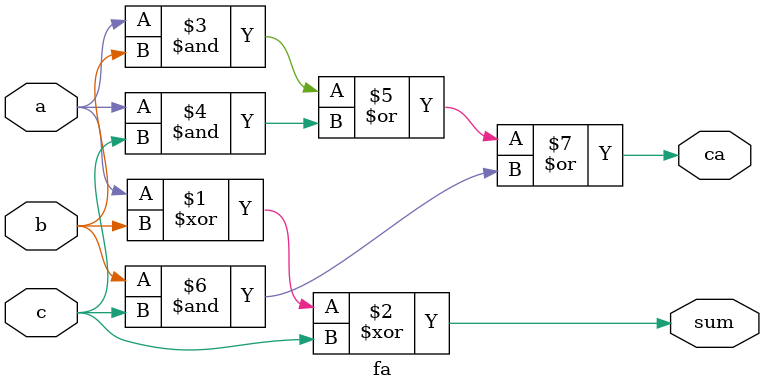
<source format=v>
`timescale 1ns / 1ps


module fa(
    input a,
    input b,
    input c,
    output sum,
    output ca
    );
    
    assign sum = a^b^c;
    assign ca = a&b | a&c | b&c ;
    
endmodule

</source>
